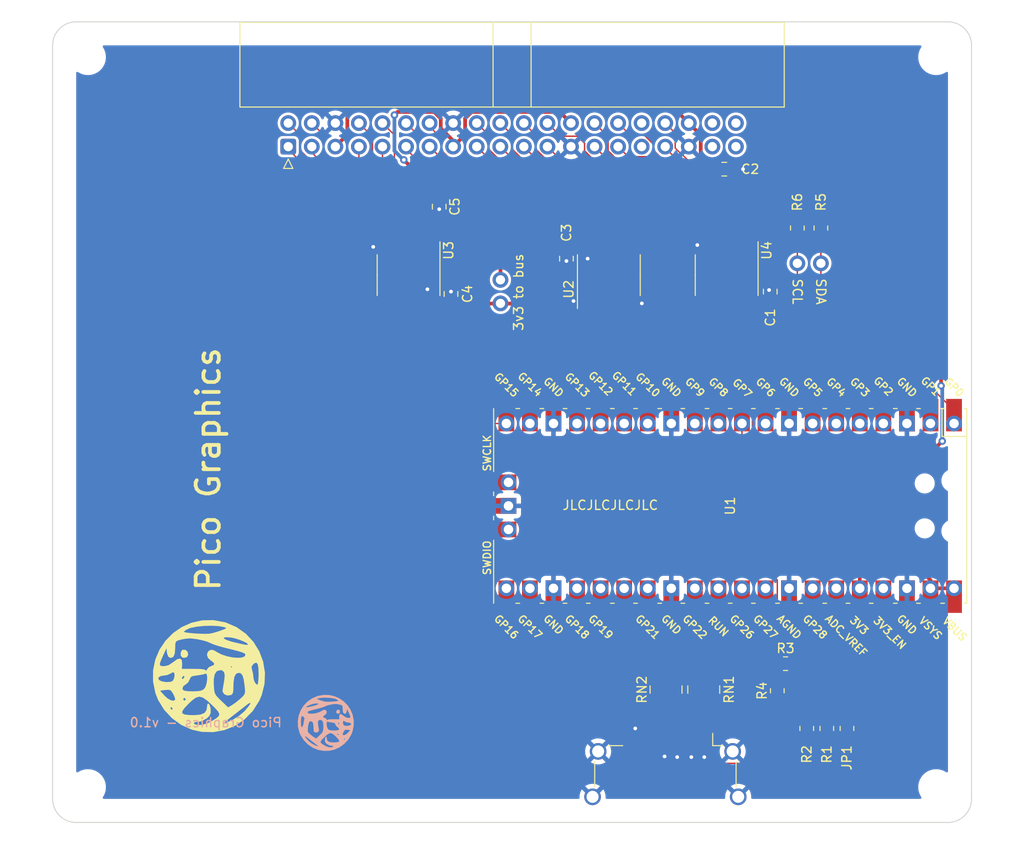
<source format=kicad_pcb>
(kicad_pcb (version 20221018) (generator pcbnew)
  (layers (0 "F.Cu" signal) (31 "B.Cu" signal) (34 "B.Paste" user) (35 "F.Paste" user) (36 "B.SilkS" user "B.Silkscreen") (37 "F.SilkS" user "F.Silkscreen") (38 "B.Mask" user) (39 "F.Mask" user) (44 "Edge.Cuts" user))
  (net 0 "")
  (net 1 "+5V")
  (net 2 "GND")
  (net 3 "+3.3V")
  (net 10 "/D0")
  (net 11 "/D1")
  (net 12 "/D2")
  (net 13 "/D3")
  (net 14 "/D4")
  (net 15 "/D5")
  (net 16 "/D6")
  (net 17 "/D7")
  (net 18 "/A0")
  (net 19 "/A1")
  (net 20 "/A2")
  (net 21 "/A3")
  (net 22 "/A4")
  (net 23 "/A5")
  (net 24 "/A6")
  (net 25 "/A7")
  (net 26 "/A8")
  (net 27 "/A9")
  (net 28 "/A10")
  (net 29 "/A11")
  (net 30 "/A12")
  (net 31 "/A13")
  (net 32 "/A14")
  (net 33 "/A15")
  (net 34 "Net-(J2-CEC)")
  (net 35 "/CLK")
  (net 36 "/R{slash}~{W}")
  (net 38 "Net-(J2-SCL)")
  (net 39 "Net-(J2-SDA)")
  (net 41 "Net-(J3-Pin_1)")
  (net 42 "Net-(J3-Pin_2)")
  (net 43 "/P_DVI_CEC")
  (net 44 "/P_DVI_D2+")
  (net 45 "/P_DVI_D2-")
  (net 46 "/P_DVI_D1+")
  (net 47 "/P_DVI_D1-")
  (net 48 "/P_DVI_D0+")
  (net 49 "/P_DVI_D0-")
  (net 50 "/P_DVI_CK+")
  (net 51 "/P_DVI_CK-")
  (net 52 "/P_A_0")
  (net 53 "/P_A_1")
  (net 54 "/P_A_2")
  (net 55 "/P_A_3")
  (net 56 "/P_A_4")
  (net 57 "/P_A_5")
  (net 58 "/~{P_CS}")
  (net 60 "/~{CS}")
  (net 61 "/P_D0")
  (net 63 "/P_D1")
  (net 64 "/P_D2")
  (net 65 "/P_D3")
  (net 66 "/P_D4")
  (net 67 "/P_D5")
  (net 68 "/P_D6")
  (net 69 "/P_D7")
  (net 78 "/D2+")
  (net 79 "/D2-")
  (net 80 "/D1+")
  (net 81 "/D1-")
  (net 82 "/D0+")
  (net 83 "/D0-")
  (net 84 "/CK+")
  (net 85 "/CK-")
  (net 86 "Net-(J2-+5V)")
  (net 87 "Net-(JP2-B)")
  (footprint "imported_footprints:RPi_Pico_SMD_TH" (layer "F.Cu") (at 114.681 88.392 -90)
    (fp_text reference "U1")
    (fp_text value "Pico")
  )
  (footprint "Package_SO:TSSOP-20_4.4x6.5mm_P0.65mm" (layer "F.Cu") (at 114.3 63.5 -90)
    (fp_text reference "U4")
    (fp_text value "SLG46826G")
  )
  (footprint "Capacitor_SMD:C_0805_2012Metric_Pad1.18x1.45mm_HandSolder" (layer "F.Cu") (at 118.999 65.278 90)
    (fp_text reference "C1")
    (fp_text value "0.1uF")
  )
  (footprint "Resistor_SMD:R_0805_2012Metric_Pad1.20x1.40mm_HandSolder" (layer "F.Cu") (at 122.936 112.395 -90)
    (fp_text reference "R2")
    (fp_text value "3.3k")
  )
  (footprint "Resistor_SMD:R_0805_2012Metric_Pad1.20x1.40mm_HandSolder" (layer "F.Cu") (at 127.27 112.395 -90)
    (fp_text reference "JP1")
    (fp_text value "Jumper_2_Bridged")
  )
  (footprint "own_footprints:smyrill_logo" (layer "F.Cu") (at 58.42 106.68)
    (fp_text reference "G***" hide)
    (fp_text value "LOGO" hide)
  )
  (footprint "Capacitor_SMD:C_0805_2012Metric_Pad1.18x1.45mm_HandSolder" (layer "F.Cu") (at 83.312 56.1125 -90)
    (fp_text reference "C5")
    (fp_text value "4.7uF")
  )
  (footprint "Resistor_SMD:R_Array_Concave_4x0603" (layer "F.Cu") (at 107.766 108.204 90)
    (fp_text reference "RN2")
    (fp_text value "270")
  )
  (footprint "Resistor_SMD:R_0805_2012Metric_Pad1.20x1.40mm_HandSolder" (layer "F.Cu") (at 125.095 112.395 -90)
    (fp_text reference "R1")
    (fp_text value "3.3k")
  )
  (footprint "MountingHole:MountingHole_3.2mm_M3" (layer "F.Cu") (at 136.887949 118.72695)
    (fp_text reference "REF**" hide)
    (fp_text value "MountingHole_3.2mm_M3")
  )
  (footprint "Resistor_SMD:R_0805_2012Metric_Pad1.20x1.40mm_HandSolder" (layer "F.Cu") (at 119.761 108.331 90)
    (fp_text reference "R4")
    (fp_text value "270")
  )
  (footprint "MountingHole:MountingHole_3.2mm_M3" (layer "F.Cu") (at 45.447949 118.72695)
    (fp_text reference "REF**" hide)
    (fp_text value "MountingHole_3.2mm_M3")
  )
  (footprint "own_footprints:PinHeader_1x02_P2.54mm_Vertical_minimal" (layer "F.Cu") (at 121.92 62.225 90)
    (fp_text reference "J3" hide)
    (fp_text value "greenpak_i2c")
  )
  (footprint "Resistor_SMD:R_0805_2012Metric_Pad1.20x1.40mm_HandSolder" (layer "F.Cu") (at 124.46 58.42 90)
    (fp_text reference "R5")
    (fp_text value "10k")
  )
  (footprint "Capacitor_SMD:C_0805_2012Metric_Pad1.18x1.45mm_HandSolder" (layer "F.Cu") (at 114.046 52.07)
    (fp_text reference "C2")
    (fp_text value "4.7uF")
  )
  (footprint "Package_SO:TSSOP-20_4.4x6.5mm_P0.65mm" (layer "F.Cu") (at 101.6 63.5 90)
    (fp_text reference "U2")
    (fp_text value "74LVC245")
  )
  (footprint "Resistor_SMD:R_0805_2012Metric_Pad1.20x1.40mm_HandSolder" (layer "F.Cu") (at 120.65 105.41)
    (fp_text reference "R3")
    (fp_text value "3.3k")
  )
  (footprint "Connector_HDMI:HDMI_A_Amphenol_10029449-x01xLF_Horizontal" (layer "F.Cu") (at 107.696 118.872)
    (fp_text reference "J2" hide)
    (fp_text value "HDMI_A")
  )
  (footprint "MountingHole:MountingHole_3.2mm_M3" (layer "F.Cu") (at 45.447949 39.986949)
    (fp_text reference "REF**" hide)
    (fp_text value "MountingHole_3.2mm_M3")
  )
  (footprint "Capacitor_SMD:C_0805_2012Metric_Pad1.18x1.45mm_HandSolder" (layer "F.Cu") (at 84.582 65.532 90)
    (fp_text reference "C4")
    (fp_text value "0.1uF")
  )
  (footprint "Resistor_SMD:R_0805_2012Metric_Pad1.20x1.40mm_HandSolder" (layer "F.Cu") (at 121.92 58.42 90)
    (fp_text reference "R6")
    (fp_text value "10k")
  )
  (footprint "own_footprints:PinHeader_1x02_P2.54mm_Vertical_minimal" (layer "F.Cu") (at 89.916 66.548 180)
    (fp_text reference "JP2" hide)
    (fp_text value "3v3_bus_jumper")
  )
  (footprint "MountingHole:MountingHole_3.2mm_M3" (layer "F.Cu") (at 136.887949 39.986949)
    (fp_text reference "REF**" hide)
    (fp_text value "MountingHole_3.2mm_M3")
  )
  (footprint "Package_SO:TSSOP-20_4.4x6.5mm_P0.65mm" (layer "F.Cu") (at 80.01 63.5 -90)
    (fp_text reference "U3")
    (fp_text value "74LVC245")
  )
  (footprint "Connector_IDC:IDC-Header_2x20_P2.54mm_Horizontal" (layer "F.Cu") (at 67.037949 49.638949 90)
    (fp_text reference "J1" hide)
    (fp_text value "8bit_thing_bus_connector")
  )
  (footprint "Resistor_SMD:R_Array_Concave_4x0603" (layer "F.Cu") (at 111.83 108.204 90)
    (fp_text reference "RN1")
    (fp_text value "270")
  )
  (footprint "Capacitor_SMD:C_0805_2012Metric_Pad1.18x1.45mm_HandSolder" (layer "F.Cu") (at 97.028 61.722 -90)
    (fp_text reference "C3")
    (fp_text value "0.1uF")
  )
  (footprint "own_footprints:smyrill_logo_small" (layer "B.Cu") (at 71.12 111.76 180)
    (fp_text reference "G***" hide)
    (fp_text value "LOGO" hide)
  )
  (gr_arc (start 41.637949 38.716949) (mid 42.381898 36.920898) (end 44.177949 36.176949) (stroke (width 0.1)) (layer "Edge.Cuts"))
  (gr_line (start 41.637949 119.996949) (end 41.637949 38.716949) (stroke (width 0.1)) (layer "Edge.Cuts"))
  (gr_line (start 140.697949 119.996949) (end 140.697949 38.716949) (stroke (width 0.1)) (layer "Edge.Cuts"))
  (gr_arc (start 140.697949 119.996949) (mid 139.954 121.793) (end 138.157949 122.536949) (stroke (width 0.1)) (layer "Edge.Cuts"))
  (gr_line (start 44.177949 122.536949) (end 138.157949 122.536949) (stroke (width 0.1)) (layer "Edge.Cuts"))
  (gr_line (start 44.177949 36.176949) (end 138.157949 36.176949) (stroke (width 0.1)) (layer "Edge.Cuts"))
  (gr_arc (start 138.157949 36.176949) (mid 139.954 36.920898) (end 140.697949 38.716949) (stroke (width 0.1)) (layer "Edge.Cuts"))
  (gr_arc (start 44.177949 122.536949) (mid 42.381898 121.793) (end 41.637949 119.996949) (stroke (width 0.1)) (layer "Edge.Cuts"))
  (gr_text "Pico Graphics - v1.0" (at 58.147949 111.76) (layer "B.SilkS") (effects (font (size 1 1)) (justify mirror)))
  (gr_text "3v3 to bus" (at 92.456 69.596 90) (layer "F.SilkS") (effects (font (size 1 1)) (justify left bottom)))
  (gr_text "JLCJLCJLCJLC" (at 96.52 88.9) (layer "F.SilkS") (effects (font (size 1 1)) (justify left bottom)))
  (gr_text "SDA" (at 124.46 65.278 -90) (layer "F.SilkS") (effects (font (size 1 1))))
  (gr_text "Pico Graphics" (at 58.42 97.79 90) (layer "F.SilkS") (effects (font (size 2.5 2.5) (thickness 0.4)) (justify left)))
  (gr_text "SCL" (at 121.92 65.278 -90) (layer "F.SilkS") (effects (font (size 1 1))))
  (segment (start 111.506 51.054) (end 111.506 48.387) (width 0.4) (layer "F.Cu") (net 1))
  (segment (start 73.406 48.350898) (end 72.117949 49.638949) (width 0.4) (layer "F.Cu") (net 1))
  (segment (start 117.874 65.240371) (end 117.874 57.422) (width 0.4) (layer "F.Cu") (net 1))
  (segment (start 125.095 111.395) (end 127.27 111.395) (width 0.4) (layer "F.Cu") (net 1))
  (segment (start 121.92 57.42) (end 117.872 57.42) (width 0.4) (layer "F.Cu") (net 1))
  (segment (start 136.271 97.282) (end 136.271 96.393) (width 0.4) (layer "F.Cu") (net 1))
  (segment (start 110.217949 47.098949) (end 108.331 45.212) (width 0.4) (layer "F.Cu") (net 1))
  (segment (start 133.858 85.09) (end 137.541 81.407) (width 0.4) (layer "F.Cu") (net 1))
  (segment (start 137.414 70.374) (end 137.414 75.438) (width 0.4) (layer "F.Cu") (net 1))
  (segment (start 124.46 57.42) (end 137.414 70.374) (width 0.4) (layer "F.Cu") (net 1))
  (segment (start 136.271 102.394) (end 136.271 97.282) (width 0.4) (layer "F.Cu") (net 1))
  (segment (start 127.27 111.395) (end 136.271 102.394) (width 0.4) (layer "F.Cu") (net 1))
  (segment (start 117.225 65.190685) (end 117.225 66.3625) (width 0.2) (layer "F.Cu") (net 1))
  (segment (start 73.406 46.4185) (end 73.406 48.350898) (width 0.4) (layer "F.Cu") (net 1))
  (segment (start 118.999 66.3155) (end 118.949129 66.3155) (width 0.4) (layer "F.Cu") (net 1))
  (segment (start 136.271 96.393) (end 133.858 93.98) (width 0.4) (layer "F.Cu") (net 1))
  (segment (start 122.936 111.395) (end 125.095 111.395) (width 0.4) (layer "F.Cu") (net 1))
  (segment (start 74.6125 45.212) (end 73.406 46.4185) (width 0.4) (layer "F.Cu") (net 1))
  (segment (start 111.506 48.387) (end 110.217949 47.098949) (width 0.4) (layer "F.Cu") (net 1))
  (segment (start 108.331 45.212) (end 74.6125 45.212) (width 0.4) (layer "F.Cu") (net 1))
  (segment (start 121.92 57.42) (end 124.46 57.42) (width 0.4) (layer "F.Cu") (net 1))
  (segment (start 133.858 93.98) (end 133.858 85.09) (width 0.4) (layer "F.Cu") (net 1))
  (segment (start 136.271 97.282) (end 138.811 97.282) (width 0.4) (layer "F.Cu") (net 1))
  (segment (start 118.999 66.3155) (end 117.272 66.3155) (width 0.4) (layer "F.Cu") (net 1))
  (segment (start 113.325 61.290685) (end 117.225 65.190685) (width 0.2) (layer "F.Cu") (net 1))
  (segment (start 118.949129 66.3155) (end 117.874 65.240371) (width 0.4) (layer "F.Cu") (net 1))
  (segment (start 117.874 57.422) (end 111.506 51.054) (width 0.4) (layer "F.Cu") (net 1))
  (segment (start 113.325 60.6375) (end 113.325 61.290685) (width 0.2) (layer "F.Cu") (net 1))
  (via (at 137.414 75.438) (size 0.8) (drill 0.4) (layers "F.Cu" "B.Cu") (net 1))
  (via (at 137.541 81.407) (size 0.8) (drill 0.4) (layers "F.Cu" "B.Cu") (net 1))
  (segment (start 137.414 75.438) (end 137.541 75.565) (width 0.4) (layer "B.Cu") (net 1))
  (segment (start 137.541 75.565) (end 137.541 81.407) (width 0.4) (layer "B.Cu") (net 1))
  (segment (start 107.446 113.872) (end 107.446 115.255819) (width 0.2) (layer "F.Cu") (net 2))
  (segment (start 104.9705 66.3625) (end 105.156 66.548) (width 0.2) (layer "F.Cu") (net 2))
  (segment (start 82.285 66.3625) (end 82.285 65.267) (width 0.2) (layer "F.Cu") (net 2))
  (segment (start 97.8585 66.3625) (end 97.79 66.294) (width 0.2) (layer "F.Cu") (net 2))
  (segment (start 110.446 115.441498) (end 110.49 115.485498) (width 0.2) (layer "F.Cu") (net 2))
  (segment (start 82.285 65.267) (end 82.042 65.024) (width 0.2) (layer "F.Cu") (net 2))
  (segment (start 77.085 60.6375) (end 76.3855 60.6375) (width 0.2) (layer "F.Cu") (net 2))
  (segment (start 99.325 60.6375) (end 99.325 61.711) (width 0.2) (layer "F.Cu") (net 2))
  (segment (start 84.582 64.4945) (end 84.582 65.278) (width 0.2) (layer "F.Cu") (net 2))
  (segment (start 104.525 66.3625) (end 104.9705 66.3625) (width 0.2) (layer "F.Cu") (net 2))
  (segment (start 104.446 113.872) (end 104.446 112.395) (width 0.2) (layer "F.Cu") (net 2))
  (segment (start 83.312 57.15) (end 83.312 56.388) (width 0.2) (layer "F.Cu") (net 2))
  (segment (start 111.946 113.872) (end 111.946 115.426498) (width 0.2) (layer "F.Cu") (net 2))
  (segment (start 107.446 115.255819) (end 107.60504 115.414859) (width 0.2) (layer "F.Cu") (net 2))
  (segment (start 97.028 62.7595) (end 97.028 61.976) (width 0.2) (layer "F.Cu") (net 2))
  (segment (start 110.446 113.872) (end 110.446 115.441498) (width 0.2) (layer "F.Cu") (net 2))
  (segment (start 108.946 115.465498) (end 108.966 115.485498) (width 0.2) (layer "F.Cu") (net 2))
  (segment (start 108.946 113.872) (end 108.946 115.465498) (width 0.2) (layer "F.Cu") (net 2))
  (segment (start 115.07275 52.07) (end 116.06725 52.07) (width 0.2) (layer "F.Cu") (net 2))
  (segment (start 99.325 61.711) (end 99.314 61.722) (width 0.2) (layer "F.Cu") (net 2))
  (segment (start 76.3855 60.6375) (end 76.2 60.452) (width 0.2) (layer "F.Cu") (net 2))
  (segment (start 98.675 66.3625) (end 97.8585 66.3625) (width 0.2) (layer "F.Cu") (net 2))
  (segment (start 118.872 64.219) (end 118.872 65.107) (width 0.2) (layer "F.Cu") (net 2))
  (segment (start 111.946 115.426498) (end 111.887 115.485498) (width 0.2) (layer "F.Cu") (net 2))
  (via (at 118.872 65.107) (size 0.8) (drill 0.4) (layers "F.Cu" "B.Cu") (net 2))
  (via (at 116.06725 52.07) (size 0.8) (drill 0.4) (layers "F.Cu" "B.Cu") (net 2))
  (via (at 110.49 115.485498) (size 0.8) (drill 0.4) (layers "F.Cu" "B.Cu") (net 2))
  (via (at 82.042 65.024) (size 0.8) (drill 0.4) (layers "F.Cu" "B.Cu") (net 2))
  (via (at 97.028 61.976) (size 0.8) (drill 0.4) (layers "F.Cu" "B.Cu") (net 2))
  (via (at 83.312 56.388) (size 0.8) (drill 0.4) (layers "F.Cu" "B.Cu") (net 2))
  (via (at 111.887 115.485498) (size 0.8) (drill 0.4) (layers "F.Cu" "B.Cu") (net 2))
  (via (at 107.60504 115.414859) (size 0.8) (drill 0.4) (layers "F.Cu" "B.Cu") (net 2))
  (via (at 97.79 66.294) (size 0.8) (drill 0.4) (layers "F.Cu" "B.Cu") (net 2))
  (via (at 99.314 61.722) (size 0.8) (drill 0.4) (layers "F.Cu" "B.Cu") (net 2))
  (via (at 104.446 112.395) (size 0.8) (drill 0.4) (layers "F.Cu" "B.Cu") (net 2))
  (via (at 76.2 60.452) (size 0.8) (drill 0.4) (layers "F.Cu" "B.Cu") (net 2))
  (via (at 105.156 66.548) (size 0.8) (drill 0.4) (layers "F.Cu" "B.Cu") (net 2))
  (via (at 111.134786 60.254004) (size 0.8) (drill 0.4) (layers "F.Cu" "B.Cu") (net 2))
  (via (at 108.966 115.485498) (size 0.8) (drill 0.4) (layers "F.Cu" "B.Cu") (net 2))
  (via (at 84.582 65.278) (size 0.8) (drill 0.4) (layers "F.Cu" "B.Cu") (net 2))
  (segment (start 117.201 84.181) (end 117.201 76.652) (width 0.4) (layer "F.Cu") (net 3))
  (segment (start 128.651 97.282) (end 128.651 95.631) (width 0.4) (layer "F.Cu") (net 3))
  (segment (start 122.083 105.41) (end 128.651 98.842) (width 0.2) (layer "F.Cu") (net 3))
  (segment (start 97.028 60.6845) (end 98.628 60.6845) (width 0.3) (layer "F.Cu") (net 3))
  (segment (start 94.5095 63.203) (end 97.028 60.6845) (width 0.4) (layer "F.Cu") (net 3))
  (segment (start 112.558 72.009) (end 99.949 72.009) (width 0.4) (layer "F.Cu") (net 3))
  (segment (start 82.935 66.3625) (end 84.375 66.3625) (width 0.2) (layer "F.Cu") (net 3))
  (segment (start 99.949 72.009) (end 94.5095 66.5695) (width 0.4) (layer "F.Cu") (net 3))
  (segment (start 94.5095 66.5695) (end 84.582 66.5695) (width 0.4) (layer "F.Cu") (net 3))
  (segment (start 94.5095 66.5695) (end 94.5095 63.203) (width 0.4) (layer "F.Cu") (net 3))
  (segment (start 117.201 76.652) (end 112.558 72.009) (width 0.4) (layer "F.Cu") (net 3))
  (segment (start 82.935 60.6375) (end 82.935 66.3625) (width 0.2) (layer "F.Cu") (net 3))
  (segment (start 128.651 95.631) (end 117.201 84.181) (width 0.4) (layer "F.Cu") (net 3))
  (segment (start 76.737665 59.625) (end 77.34033 59.625) (width 0.15) (layer "F.Cu") (net 10))
  (segment (start 67.037949 49.925284) (end 76.737665 59.625) (width 0.15) (layer "F.Cu") (net 10))
  (segment (start 77.34033 59.625) (end 77.735 60.01967) (width 0.15) (layer "F.Cu") (net 10))
  (segment (start 67.037949 47.098949) (end 68.326 48.387) (width 0.15) (layer "F.Cu") (net 11))
  (segment (start 68.326 50.031381) (end 78.385 60.090381) (width 0.15) (layer "F.Cu") (net 11))
  (segment (start 68.326 48.387) (end 68.326 50.031381) (width 0.15) (layer "F.Cu") (net 11))
  (segment (start 69.577949 50.273949) (end 79.035 59.731) (width 0.15) (layer "F.Cu") (net 12))
  (segment (start 79.035 59.731) (end 79.035 60.6375) (width 0.15) (layer "F.Cu") (net 12))
  (segment (start 70.866 48.387) (end 70.866 50.270368) (width 0.15) (layer "F.Cu") (net 13))
  (segment (start 69.577949 47.098949) (end 70.866 48.387) (width 0.15) (layer "F.Cu") (net 13))
  (segment (start 79.685 59.089368) (end 79.685 60.6375) (width 0.15) (layer "F.Cu") (net 13))
  (segment (start 70.866 50.270368) (end 79.685 59.089368) (width 0.15) (layer "F.Cu") (net 13))
  (segment (start 74.657949 49.638949) (end 74.657949 52.686949) (width 0.15) (layer "F.Cu") (net 14))
  (segment (start 74.657949 52.686949) (end 80.335 58.364) (width 0.15) (layer "F.Cu") (net 14))
  (segment (start 80.335 58.364) (end 80.335 60.6375) (width 0.15) (layer "F.Cu") (net 14))
  (segment (start 76.122949 48.563949) (end 76.122949 52.754949) (width 0.15) (layer "F.Cu") (net 15))
  (segment (start 76.122949 52.754949) (end 80.985 57.617) (width 0.15) (layer "F.Cu") (net 15))
  (segment (start 80.985 57.617) (end 80.985 60.6375) (width 0.15) (layer "F.Cu") (net 15))
  (segment (start 74.657949 47.098949) (end 76.122949 48.563949) (width 0.15) (layer "F.Cu") (net 15))
  (segment (start 81.635 56.489) (end 81.635 60.6375) (width 0.15) (layer "F.Cu") (net 16))
  (segment (start 77.197949 49.638949) (end 77.197949 52.051949) (width 0.15) (layer "F.Cu") (net 16))
  (segment (start 77.197949 52.051949) (end 81.635 56.489) (width 0.15) (layer "F.Cu") (net 16))
  (segment (start 82.285 55.107) (end 82.285 60.6375) (width 0.15) (layer "F.Cu") (net 17))
  (segment (start 78.486 51.308) (end 82.285 55.107) (width 0.15) (layer "F.Cu") (net 17))
  (segment (start 78.486 48.387) (end 78.486 51.308) (width 0.15) (layer "F.Cu") (net 17))
  (segment (start 77.197949 47.098949) (end 78.486 48.387) (width 0.15) (layer "F.Cu") (net 17))
  (segment (start 99.58033 59.625) (end 100.076 60.12067) (width 0.15) (layer "F.Cu") (net 18))
  (segment (start 79.737949 49.892949) (end 89.47 59.625) (width 0.15) (layer "F.Cu") (net 18))
  (segment (start 89.47 59.625) (end 99.58033 59.625) (width 0.15) (layer "F.Cu") (net 18))
  (segment (start 79.737949 47.098949) (end 81.026 48.387) (width 0.15) (layer "F.Cu") (net 19))
  (segment (start 89.98136 59.055) (end 99.695 59.055) (width 0.15) (layer "F.Cu") (net 19))
  (segment (start 81.026 50.09964) (end 89.98136 59.055) (width 0.15) (layer "F.Cu") (net 19))
  (segment (start 99.695 59.055) (end 100.625 59.985) (width 0.15) (layer "F.Cu") (net 19))
  (segment (start 81.026 48.387) (end 81.026 50.09964) (width 0.15) (layer "F.Cu") (net 19))
  (segment (start 82.277949 49.638949) (end 91.059 58.42) (width 0.15) (layer "F.Cu") (net 20))
  (segment (start 101.275 59.962016) (end 101.275 60.6375) (width 0.15) (layer "F.Cu") (net 20))
  (segment (start 91.059 58.42) (end 99.732984 58.42) (width 0.15) (layer "F.Cu") (net 20))
  (segment (start 99.732984 58.42) (end 101.275 59.962016) (width 0.15) (layer "F.Cu") (net 20))
  (segment (start 83.566 48.768) (end 83.566 50.038) (width 0.15) (layer "F.Cu") (net 21))
  (segment (start 99.949 57.785) (end 101.925 59.761) (width 0.15) (layer "F.Cu") (net 21))
  (segment (start 91.313 57.785) (end 99.949 57.785) (width 0.15) (layer "F.Cu") (net 21))
  (segment (start 101.925 59.761) (end 101.925 60.090381) (width 0.15) (layer "F.Cu") (net 21))
  (segment (start 82.277949 47.479949) (end 83.566 48.768) (width 0.15) (layer "F.Cu") (net 21))
  (segment (start 82.277949 47.098949) (end 82.277949 47.479949) (width 0.15) (layer "F.Cu") (net 21))
  (segment (start 83.566 50.038) (end 91.313 57.785) (width 0.15) (layer "F.Cu") (net 21))
  (segment (start 87.357949 49.638949) (end 94.742 57.023) (width 0.15) (layer "F.Cu") (net 22))
  (segment (start 100.203 57.023) (end 102.575 59.395) (width 0.15) (layer "F.Cu") (net 22))
  (segment (start 94.742 57.023) (end 100.203 57.023) (width 0.15) (layer "F.Cu") (net 22))
  (segment (start 102.575 59.395) (end 102.575 60.6375) (width 0.15) (layer "F.Cu") (net 22))
  (segment (start 94.87272 56.134) (end 100.203 56.134) (width 0.15) (layer "F.Cu") (net 23))
  (segment (start 87.357949 47.098949) (end 88.646 48.387) (width 0.15) (layer "F.Cu") (net 23))
  (segment (start 103.225 59.156) (end 103.225 60.6375) (width 0.15) (layer "F.Cu") (net 23))
  (segment (start 88.646 48.387) (end 88.646 49.90728) (width 0.15) (layer "F.Cu") (net 23))
  (segment (start 100.203 56.134) (end 103.225 59.156) (width 0.15) (layer "F.Cu") (net 23))
  (segment (start 88.646 49.90728) (end 94.87272 56.134) (width 0.15) (layer "F.Cu") (net 23))
  (segment (start 95.377 55.118) (end 100.457 55.118) (width 0.15) (layer "F.Cu") (net 24))
  (segment (start 112.533619 65.024) (end 113.325 65.815381) (width 0.15) (layer "F.Cu") (net 24))
  (segment (start 89.897949 49.638949) (end 95.377 55.118) (width 0.15) (layer "F.Cu") (net 24))
  (segment (start 100.457 55.118) (end 110.363 65.024) (width 0.15) (layer "F.Cu") (net 24))
  (segment (start 110.363 65.024) (end 112.533619 65.024) (width 0.15) (layer "F.Cu") (net 24))
  (segment (start 91.186 49.90728) (end 95.63472 54.356) (width 0.15) (layer "F.Cu") (net 25))
  (segment (start 91.186 48.387) (end 91.186 49.90728) (width 0.15) (layer "F.Cu") (net 25))
  (segment (start 110.785884 64.389) (end 112.5855 64.389) (width 0.15) (layer "F.Cu") (net 25))
  (segment (start 89.897949 47.098949) (end 91.186 48.387) (width 0.15) (layer "F.Cu") (net 25))
  (segment (start 112.5855 64.389) (end 113.975 65.7785) (width 0.15) (layer "F.Cu") (net 25))
  (segment (start 95.63472 54.356) (end 100.752884 54.356) (width 0.15) (layer "F.Cu") (net 25))
  (segment (start 100.752884 54.356) (end 110.785884 64.389) (width 0.15) (layer "F.Cu") (net 25))
  (segment (start 112.776 63.627) (end 111.252 63.627) (width 0.15) (layer "F.Cu") (net 26))
  (segment (start 101.264501 53.639501) (end 96.438501 53.639501) (width 0.15) (layer "F.Cu") (net 26))
  (segment (start 96.438501 53.639501) (end 92.437949 49.638949) (width 0.15) (layer "F.Cu") (net 26))
  (segment (start 111.252 63.627) (end 101.264501 53.639501) (width 0.15) (layer "F.Cu") (net 26))
  (segment (start 114.625 65.815381) (end 114.625 65.476) (width 0.15) (layer "F.Cu") (net 26))
  (segment (start 114.625 65.476) (end 112.776 63.627) (width 0.15) (layer "F.Cu") (net 26))
  (segment (start 93.726 49.90728) (end 93.726 48.387) (width 0.15) (layer "F.Cu") (net 27))
  (segment (start 96.950221 53.131501) (end 93.726 49.90728) (width 0.15) (layer "F.Cu") (net 27))
  (segment (start 113.001691 62.836691) (end 111.350691 62.836691) (width 0.15) (layer "F.Cu") (net 27))
  (segment (start 115.275 65.11) (end 113.001691 62.836691) (width 0.15) (layer "F.Cu") (net 27))
  (segment (start 93.726 48.387) (end 92.437949 47.098949) (width 0.15) (layer "F.Cu") (net 27))
  (segment (start 101.645501 53.131501) (end 96.950221 53.131501) (width 0.15) (layer "F.Cu") (net 27))
  (segment (start 115.275 65.815381) (end 115.275 65.11) (width 0.15) (layer "F.Cu") (net 27))
  (segment (start 111.350691 62.836691) (end 101.645501 53.131501) (width 0.15) (layer "F.Cu") (net 27))
  (segment (start 115.925 64.871) (end 115.925 66.3625) (width 0.15) (layer "F.Cu") (net 28))
  (segment (start 111.379 61.976) (end 113.03 61.976) (width 0.15) (layer "F.Cu") (net 28))
  (segment (start 102.108 52.705) (end 111.379 61.976) (width 0.15) (layer "F.Cu") (net 28))
  (segment (start 113.03 61.976) (end 115.925 64.871) (width 0.15) (layer "F.Cu") (net 28))
  (segment (start 94.977949 49.638949) (end 98.044 52.705) (width 0.15) (layer "F.Cu") (net 28))
  (segment (start 98.044 52.705) (end 102.108 52.705) (width 0.15) (layer "F.Cu") (net 28))
  (segment (start 94.977949 47.098949) (end 96.392949 48.513949) (width 0.15) (layer "F.Cu") (net 29))
  (segment (start 103.124 52.324) (end 110.379004 59.579004) (width 0.15) (layer "F.Cu") (net 29))
  (segment (start 98.982949 50.084229) (end 101.22272 52.324) (width 0.15) (layer "F.Cu") (net 29))
  (segment (start 101.22272 52.324) (end 103.124 52.324) (width 0.15) (layer "F.Cu") (net 29))
  (segment (start 110.379004 59.579004) (end 112.163623 59.579004) (width 0.15) (layer "F.Cu") (net 29))
  (segment (start 112.163623 59.579004) (end 112.675 60.090381) (width 0.15) (layer "F.Cu") (net 29))
  (segment (start 98.982949 49.276) (end 98.982949 50.084229) (width 0.15) (layer "F.Cu") (net 29))
  (segment (start 96.392949 48.513949) (end 98.220898 48.513949) (width 0.15) (layer "F.Cu") (net 29))
  (segment (start 98.220898 48.513949) (end 98.982949 49.276) (width 0.15) (layer "F.Cu") (net 29))
  (segment (start 102.280501 51.861501) (end 103.931501 51.861501) (width 0.15) (layer "F.Cu") (net 30))
  (segment (start 112.50233 58.547) (end 113.975 60.01967) (width 0.15) (layer "F.Cu") (net 30))
  (segment (start 103.931501 51.861501) (end 110.617 58.547) (width 0.15) (layer "F.Cu") (net 30))
  (segment (start 110.617 58.547) (end 112.50233 58.547) (width 0.15) (layer "F.Cu") (net 30))
  (segment (start 100.057949 49.638949) (end 102.280501 51.861501) (width 0.15) (layer "F.Cu") (net 30))
  (segment (start 101.522949 48.563949) (end 100.057949 47.098949) (width 0.15) (layer "F.Cu") (net 31))
  (segment (start 114.625 59.803558) (end 112.352442 57.531) (width 0.15) (layer "F.Cu") (net 31))
  (segment (start 104.902 51.435) (end 102.87372 51.435) (width 0.15) (layer "F.Cu") (net 31))
  (segment (start 102.87372 51.435) (end 101.522949 50.084229) (width 0.15) (layer "F.Cu") (net 31))
  (segment (start 101.522949 50.084229) (end 101.522949 48.563949) (width 0.15) (layer "F.Cu") (net 31))
  (segment (start 110.998 57.531) (end 104.902 51.435) (width 0.15) (layer "F.Cu") (net 31))
  (segment (start 114.625 60.6375) (end 114.625 59.803558) (width 0.15) (layer "F.Cu") (net 31))
  (segment (start 112.352442 57.531) (end 110.998 57.531) (width 0.15) (layer "F.Cu") (net 31))
  (segment (start 102.597949 49.638949) (end 103.677501 50.718501) (width 0.15) (layer "F.Cu") (net 32))
  (segment (start 106.217501 50.718501) (end 115.275 59.776) (width 0.15) (layer "F.Cu") (net 32))
  (segment (start 115.275 59.776) (end 115.275 60.6375) (width 0.15) (layer "F.Cu") (net 32))
  (segment (start 103.677501 50.718501) (end 106.217501 50.718501) (width 0.15) (layer "F.Cu") (net 32))
  (segment (start 115.925 59.537) (end 115.925 60.6375) (width 0.15) (layer "F.Cu") (net 33))
  (segment (start 103.886 48.387) (end 105.40628 48.387) (width 0.15) (layer "F.Cu") (net 33))
  (segment (start 102.597949 47.098949) (end 103.886 48.387) (width 0.15) (layer "F.Cu") (net 33))
  (segment (start 105.40628 48.387) (end 106.426 49.40672) (width 0.15) (layer "F.Cu") (net 33))
  (segment (start 106.426 50.038) (end 115.925 59.537) (width 0.15) (layer "F.Cu") (net 33))
  (segment (start 106.426 49.40672) (end 106.426 50.038) (width 0.15) (layer "F.Cu") (net 33))
  (segment (start 106.446 115.209707) (end 107.396291 116.159998) (width 0.15) (layer "F.Cu") (net 34))
  (segment (start 106.446 113.872) (end 106.446 115.209707) (width 0.15) (layer "F.Cu") (net 34))
  (segment (start 116.250002 116.159998) (end 119.761 112.649) (width 0.15) (layer "F.Cu") (net 34))
  (segment (start 107.396291 116.159998) (end 116.250002 116.159998) (width 0.15) (layer "F.Cu") (net 34))
  (segment (start 119.761 112.649) (end 119.761 109.331) (width 0.15) (layer "F.Cu") (net 34))
  (segment (start 116.575 58.663) (end 116.575 60.6375) (width 0.15) (layer "F.Cu") (net 35))
  (segment (start 108.175027 49.638949) (end 108.175027 50.263027) (width 0.15) (layer "F.Cu") (net 35))
  (segment (start 108.175027 50.263027) (end 116.575 58.663) (width 0.15) (layer "F.Cu") (net 35))
  (segment (start 117.225 58.21121) (end 117.225 60.6375) (width 0.15) (layer "F.Cu") (net 36))
  (segment (start 108.752949 48.173949) (end 108.752949 49.793313) (width 0.15) (layer "F.Cu") (net 36))
  (segment (start 109.577632 50.617996) (end 109.631786 50.617996) (width 0.15) (layer "F.Cu") (net 36))
  (segment (start 107.677949 47.098949) (end 108.752949 48.173949) (width 0.15) (layer "F.Cu") (net 36))
  (segment (start 109.631786 50.617996) (end 117.225 58.21121) (width 0.15) (layer "F.Cu") (net 36))
  (segment (start 108.752949 49.793313) (end 109.577632 50.617996) (width 0.15) (layer "F.Cu") (net 36))
  (segment (start 106.934 116.713) (end 105.446 115.225) (width 0.15) (layer "F.Cu") (net 38))
  (segment (start 119.618 116.713) (end 106.934 116.713) (width 0.15) (layer "F.Cu") (net 38))
  (segment (start 122.936 113.395) (end 119.618 116.713) (width 0.15) (layer "F.Cu") (net 38))
  (segment (start 105.446 115.225) (end 105.446 113.872) (width 0.15) (layer "F.Cu") (net 38))
  (segment (start 106.426 117.221) (end 121.666 117.221) (width 0.15) (layer "F.Cu") (net 39))
  (segment (start 104.946 113.872) (end 104.946 115.741) (width 0.15) (layer "F.Cu") (net 39))
  (segment (start 104.946 115.741) (end 106.426 117.221) (width 0.15) (layer "F.Cu") (net 39))
  (segment (start 121.666 117.221) (end 125.349 113.538) (width 0.15) (layer "F.Cu") (net 39))
  (segment (start 121.92 65.532) (end 121.92 62.225) (width 0.15) (layer "F.Cu") (net 41))
  (segment (start 121.92 59.42) (end 121.92 62.225) (width 0.15) (layer "F.Cu") (net 41))
  (segment (start 120.077 67.375) (end 121.92 65.532) (width 0.15) (layer "F.Cu") (net 41))
  (segment (start 112.675 66.909619) (end 113.140381 67.375) (width 0.15) (layer "F.Cu") (net 41))
  (segment (start 113.140381 67.375) (end 120.077 67.375) (width 0.15) (layer "F.Cu") (net 41))
  (segment (start 124.46 64.262) (end 124.46 62.225) (width 0.15) (layer "F.Cu") (net 42))
  (segment (start 112.025 66.909619) (end 112.933381 67.818) (width 0.15) (layer "F.Cu") (net 42))
  (segment (start 120.904 67.818) (end 124.46 64.262) (width 0.15) (layer "F.Cu") (net 42))
  (segment (start 124.46 59.42) (end 124.46 62.225) (width 0.15) (layer "F.Cu") (net 42))
  (segment (start 112.933381 67.818) (end 120.904 67.818) (width 0.15) (layer "F.Cu") (net 42))
  (segment (start 115.951 92.583) (end 119.761 96.393) (width 0.15) (layer "F.Cu") (net 43))
  (segment (start 119.761 96.393) (end 119.761 107.331) (width 0.15) (layer "F.Cu") (net 43))
  (segment (start 115.951 79.502) (end 115.951 92.583) (width 0.15) (layer "F.Cu") (net 43))
  (segment (start 117.396 98.377) (end 117.396 100.751488) (width 0.15) (layer "F.Cu") (net 44))
  (segment (start 117.396 100.751488) (end 112.805 105.342488) (width 0.15) (layer "F.Cu") (net 44))
  (segment (start 112.805 106.453999) (end 113.03 106.678999) (width 0.15) (layer "F.Cu") (net 44))
  (segment (start 112.805 105.342488) (end 112.805 106.453999) (width 0.15) (layer "F.Cu") (net 44))
  (segment (start 118.491 97.282) (end 117.396 98.377) (width 0.15) (layer "F.Cu") (net 44))
  (segment (start 113.03 106.678999) (end 113.03 107.354) (width 0.15) (layer "F.Cu") (net 44))
  (segment (start 112.455 106.453999) (end 112.23 106.678999) (width 0.15) (layer "F.Cu") (net 45))
  (segment (start 112.23 106.678999) (end 112.23 107.354) (width 0.15) (layer "F.Cu") (net 45))
  (segment (start 112.455 105.197512) (end 112.455 106.453999) (width 0.15) (layer "F.Cu") (net 45))
  (segment (start 115.951 97.282) (end 117.046 98.377) (width 0.15) (layer "F.Cu") (net 45))
  (segment (start 117.046 98.377) (end 117.046 100.606512) (width 0.15) (layer "F.Cu") (net 45))
  (segment (start 117.046 100.606512) (end 112.455 105.197512) (width 0.15) (layer "F.Cu") (net 45))
  (segment (start 109.647488 101.325) (end 106.172488 101.325) (width 0.15) (layer "F.Cu") (net 46))
  (segment (start 104.696 98.377) (end 105.791 97.282) (width 0.15) (layer "F.Cu") (net 46))
  (segment (start 104.696 99.848512) (end 104.696 98.377) (width 0.15) (layer "F.Cu") (net 46))
  (segment (start 106.172488 101.325) (end 104.696 99.848512) (width 0.15) (layer "F.Cu") (net 46))
  (segment (start 111.205 102.882512) (end 109.647488 101.325) (width 0.15) (layer "F.Cu") (net 46))
  (segment (start 111.205 106.453999) (end 111.205 102.882512) (width 0.15) (layer "F.Cu") (net 46))
  (segment (start 111.43 106.678999) (end 111.205 106.453999) (width 0.15) (layer "F.Cu") (net 46))
  (segment (start 111.43 107.354) (end 111.43 106.678999) (width 0.15) (layer "F.Cu") (net 46))
  (segment (start 104.346 99.993488) (end 106.027512 101.675) (width 0.15) (layer "F.Cu") (net 47))
  (segment (start 110.855 103.027488) (end 110.855 106.453999) (width 0.15) (layer "F.Cu") (net 47))
  (segment (start 106.027512 101.675) (end 109.502512 101.675) (width 0.15) (layer "F.Cu") (net 47))
  (segment (start 103.251 97.282) (end 104.346 98.377) (width 0.15) (layer "F.Cu") (net 47))
  (segment (start 110.855 106.453999) (end 110.63 106.678999) (width 0.15) (layer "F.Cu") (net 47))
  (segment (start 104.346 98.377) (end 104.346 99.993488) (width 0.15) (layer "F.Cu") (net 47))
  (segment (start 109.502512 101.675) (end 110.855 103.027488) (width 0.15) (layer "F.Cu") (net 47))
  (segment (start 110.63 106.678999) (end 110.63 107.354) (width 0.15) (layer "F.Cu") (net 47))
  (segment (start 102.272488 102.7) (end 99.616 100.043512) (width 0.15) (layer "F.Cu") (net 48))
  (segment (start 107.197488 102.7) (end 102.272488 102.7) (width 0.15) (layer "F.Cu") (net 48))
  (segment (start 108.741 106.453999) (end 108.741 104.243512) (width 0.15) (layer "F.Cu") (net 48))
  (segment (start 108.966 107.354) (end 108.966 106.678999) (width 0.15) (layer "F.Cu") (net 48))
  (segment (start 99.616 100.043512) (end 99.616 98.377) (width 0.15) (layer "F.Cu") (net 48))
  (segment (start 99.616 98.377) (end 100.711 97.282) (width 0.15) (layer "F.Cu") (net 48))
  (segment (start 108.741 104.243512) (end 107.197488 102.7) (width 0.15) (layer "F.Cu") (net 48))
  (segment (start 108.966 106.678999) (end 108.741 106.453999) (width 0.15) (layer "F.Cu") (net 48))
  (segment (start 108.166 106.678999) (end 108.166 107.354) (width 0.15) (layer "F.Cu") (net 49))
  (segment (start 107.052512 103.05) (end 108.391 104.388488) (width 0.15) (layer "F.Cu") (net 49))
  (segment (start 98.171 97.282) (end 99.266 98.377) (width 0.15) (layer "F.Cu") (net 49))
  (segment (start 108.391 104.388488) (end 108.391 106.453999) (width 0.15) (layer "F.Cu") (net 49))
  (segment (start 99.266 100.188488) (end 102.127512 103.05) (width 0.15) (layer "F.Cu") (net 49))
  (segment (start 108.391 106.453999) (end 108.166 106.678999) (width 0.15) (layer "F.Cu") (net 49))
  (segment (start 99.266 98.377) (end 99.266 100.188488) (width 0.15) (layer "F.Cu") (net 49))
  (segment (start 102.127512 103.05) (end 107.052512 103.05) (width 0.15) (layer "F.Cu") (net 49))
  (segment (start 93.091 98.182) (end 91.996 99.277) (width 0.15) (layer "F.Cu") (net 50))
  (segment (start 107.366 106.678999) (end 107.366 107.354) (width 0.15) (layer "F.Cu") (net 50))
  (segment (start 105.647488 104.45) (end 107.141 105.943512) (width 0.15) (layer "F.Cu") (net 50))
  (segment (start 95.947488 104.45) (end 105.647488 104.45) (width 0.15) (layer "F.Cu") (net 50))
  (segment (start 107.141 105.943512) (end 107.141 106.453999) (width 0.15) (layer "F.Cu") (net 50))
  (segment (start 93.091 97.282) (end 93.091 98.182) (width 0.15) (layer "F.Cu") (net 50))
  (segment (start 91.996 99.277) (end 91.996 100.498512) (width 0.15) (layer "F.Cu") (net 50))
  (segment (start 107.141 106.453999) (end 107.366 106.678999) (width 0.15) (layer "F.Cu") (net 50))
  (segment (start 91.996 100.498512) (end 95.947488 104.45) (width 0.15) (layer "F.Cu") (net 50))
  (segment (start 91.646 99.277) (end 91.646 100.643488) (width 0.15) (layer "F.Cu") (net 51))
  (segment (start 91.646 100.643488) (end 95.802512 104.8) (width 0.15) (layer "F.Cu") (net 51))
  (segment (start 90.551 98.182) (end 91.646 99.277) (width 0.15) (layer "F.Cu") (net 51))
  (segment (start 106.791 106.453999) (end 106.566 106.678999) (width 0.15) (layer "F.Cu") (net 51))
  (segment (start 106.791 106.088488) (end 106.791 106.453999) (width 0.15) (layer "F.Cu") (net 51))
  (segment (start 90.551 97.282) (end 90.551 98.182) (width 0.15) (layer "F.Cu") (net 51))
  (segment (start 105.502512 104.8) (end 106.791 106.088488) (width 0.15) (layer "F.Cu") (net 51))
  (segment (start 106.566 106.678999) (end 106.566 107.354) (width 0.15) (layer "F.Cu") (net 51))
  (segment (start 95.802512 104.8) (end 105.502512 104.8) (width 0.15) (layer "F.Cu") (net 51))
  (segment (start 113.417499 71.253499) (end 118.491 76.327) (width 0.15) (layer "F.Cu") (net 52))
  (segment (start 99.325 67.448) (end 103.130499 71.253499) (width 0.15) (layer "F.Cu") (net 52))
  (segment (start 118.491 76.327) (end 118.491 79.502) (width 0.15) (layer "F.Cu") (net 52))
  (segment (start 103.130499 71.253499) (end 113.417499 71.253499) (width 0.15) (layer "F.Cu") (net 52))
  (segment (start 99.325 66.909619) (end 99.325 67.448) (width 0.15) (layer "F.Cu") (net 52))
  (segment (start 99.975 66.909619) (end 99.975 67.209) (width 0.15) (layer "F.Cu") (net 53))
  (segment (start 99.975 67.209) (end 103.378 70.612) (width 0.15) (layer "F.Cu") (net 53))
  (segment (start 116.191 70.612) (end 123.571 77.992) (width 0.15) (layer "F.Cu") (net 53))
  (segment (start 103.378 70.612) (end 116.191 70.612) (width 0.15) (layer "F.Cu") (net 53))
  (segment (start 103.819381 70.104) (end 119.126 70.104) (width 0.15) (layer "F.Cu") (net 54))
  (segment (start 100.625 66.909619) (end 103.819381 70.104) (width 0.15) (layer "F.Cu") (net 54))
  (segment (start 119.126 70.104) (end 126.111 77.089) (width 0.15) (layer "F.Cu") (net 54))
  (segment (start 120.904 69.596) (end 128.651 77.343) (width 0.15) (layer "F.Cu") (net 55))
  (segment (start 101.275 66.909619) (end 103.961381 69.596) (width 0.15) (layer "F.Cu") (net 55))
  (segment (start 103.961381 69.596) (end 120.904 69.596) (width 0.15) (layer "F.Cu") (net 55))
  (segment (start 101.925 66.909619) (end 104.103381 69.088) (width 0.15) (layer "F.Cu") (net 56))
  (segment (start 104.103381 69.088) (end 122.682 69.088) (width 0.15) (layer "F.Cu") (net 56))
  (segment (start 122.682 69.088) (end 131.191 77.597) (width 0.15) (layer "F.Cu") (net 56))
  (segment (start 136.271 77.992) (end 126.859 68.58) (width 0.15) (layer "F.Cu") (net 57))
  (segment (start 104.245381 68.58) (end 102.575 66.909619) (width 0.15) (layer "F.Cu") (net 57))
  (segment (start 126.859 68.58) (end 104.245381 68.58) (width 0.15) (layer "F.Cu") (net 57))
  (segment (start 104.432882 68.117501) (end 103.225 66.909619) (width 0.15) (layer "F.Cu") (net 58))
  (segment (start 138.811 78.092) (end 128.836501 68.117501) (width 0.15) (layer "F.Cu") (net 58))
  (segment (start 128.836501 68.117501) (end 104.432882 68.117501) (width 0.15) (layer "F.Cu") (net 58))
  (segment (start 110.25 66.3625) (end 104.525 60.6375) (width 0.15) (layer "F.Cu") (net 60))
  (segment (start 111.375 66.3625) (end 110.25 66.3625) (width 0.15) (layer "F.Cu") (net 60))
  (segment (start 103.875 60.6375) (end 104.525 60.6375) (width 0.15) (layer "F.Cu") (net 60))
  (segment (start 87.122 79.502) (end 90.551 79.502) (width 0.15) (layer "F.Cu") (net 61))
  (segment (start 77.085 69.465) (end 87.122 79.502) (width 0.15) (layer "F.Cu") (net 61))
  (segment (start 77.085 66.3625) (end 77.085 69.465) (width 0.15) (layer "F.Cu") (net 61))
  (segment (start 91.626 76.627) (end 93.091 78.092) (width 0.15) (layer "F.Cu") (net 63))
  (segment (start 77.735 69.226) (end 85.136 76.627) (width 0.15) (layer "F.Cu") (net 63))
  (segment (start 77.735 66.909619) (end 77.735 69.226) (width 0.15) (layer "F.Cu") (net 63))
  (segment (start 85.136 76.627) (end 91.626 76.627) (width 0.15) (layer "F.Cu") (net 63))
  (segment (start 85.688503 76.036503) (end 96.215503 76.036503) (width 0.15) (layer "F.Cu") (net 64))
  (segment (start 96.215503 76.036503) (end 98.171 77.992) (width 0.15) (layer "F.Cu") (net 64))
  (segment (start 78.385 68.733) (end 85.688503 76.036503) (width 0.15) (layer "F.Cu") (net 64))
  (segment (start 78.385 66.909619) (end 78.385 68.733) (width 0.15) (layer "F.Cu") (net 64))
  (segment (start 86.024501 75.229501) (end 99.613501 75.229501) (width 0.15) (layer "F.Cu") (net 65))
  (segment (start 79.035 66.909619) (end 79.035 68.24) (width 0.15) (layer "F.Cu") (net 65))
  (segment (start 99.613501 75.229501) (end 100.711 76.327) (width 0.15) (layer "F.Cu") (net 65))
  (segment (start 100.711 76.327) (end 100.711 79.502) (width 0.15) (layer "F.Cu") (net 65))
  (segment (start 79.035 68.24) (end 86.024501 75.229501) (width 0.15) (layer "F.Cu") (net 65))
  (segment (start 101.219 74.549) (end 103.251 76.581) (width 0.15) (layer "F.Cu") (net 66))
  (segment (start 79.685 68.001) (end 86.233 74.549) (width 0.15) (layer "F.Cu") (net 66))
  (segment (start 86.233 74.549) (end 101.219 74.549) (width 0.15) (layer "F.Cu") (net 66))
  (segment (start 79.685 66.909619) (end 79.685 68.001) (width 0.15) (layer "F.Cu") (net 66))
  (segment (start 103.251 76.581) (end 103.251 79.502) (width 0.15) (layer "F.Cu") (net 66))
  (segment (start 80.335 67.762) (end 86.487 73.914) (width 0.15) (layer "F.Cu") (net 67))
  (segment (start 101.613 73.914) (end 105.791 78.092) (width 0.15) (layer "F.Cu") (net 67))
  (segment (start 86.487 73.914) (end 101.613 73.914) (width 0.15) (layer "F.Cu") (net 67))
  (segment (start 80.335 66.909619) (end 80.335 67.762) (width 0.15) (layer "F.Cu") (net 67))
  (segment (start 110.871 76.835) (end 110.871 79.502) (width 0.15) (layer "F.Cu") (net 68))
  (segment (start 86.868 73.279) (end 107.315 73.279) (width 0.15) (layer "F.Cu") (net 68))
  (segment (start 80.985 66.909619) (end 80.985 67.396) (width 0.15) (layer "F.Cu") (net 68))
  (segment (start 107.315 73.279) (end 110.871 76.835) (width 0.15) (layer "F.Cu") (net 68))
  (segment (start 80.985 67.396) (end 86.868 73.279) (width 0.15) (layer "F.Cu") (net 68))
  (segment (start 87.29867 72.644) (end 109.474 72.644) (width 0.15) (layer "F.Cu") (net 69))
  (segment (start 81.635 66.98033) (end 87.29867 72.644) (width 0.15) (layer "F.Cu") (net 69))
  (segment (start 109.474 72.644) (end 113.411 76.581) (width 0.15) (layer "F.Cu") (net 69))
  (segment (start 113.411 76.581) (end 113.411 79.502) (width 0.15) (layer "F.Cu") (net 69))
  (segment (start 113.03 109.729001) (end 112.805 109.954001) (width 0.15) (layer "F.Cu") (net 78))
  (segment (start 112.805 110.392488) (end 112.121 111.076488) (width 0.15) (layer "F.Cu") (net 78))
  (segment (start 112.121 112.121999) (end 112.446 112.446999) (width 0.15) (layer "F.Cu") (net 78))
  (segment (start 112.121 111.076488) (end 112.121 112.121999) (width 0.15) (layer "F.Cu") (net 78))
  (segment (start 112.446 112.446999) (end 112.446 113.872) (width 0.15) (layer "F.Cu") (net 78))
  (segment (start 112.805 109.954001) (end 112.805 110.392488) (width 0.15) (layer "F.Cu") (net 78))
  (segment (start 113.03 109.054) (end 113.03 109.729001) (width 0.15) (layer "F.Cu") (net 78))
  (segment (start 112.455 109.954001) (end 112.455 110.247512) (width 0.15) (layer "F.Cu") (net 79))
  (segment (start 112.23 109.054) (end 112.23 109.729001) (width 0.15) (layer "F.Cu") (net 79))
  (segment (start 112.23 109.729001) (end 112.455 109.954001) (width 0.15) (layer "F.Cu") (net 79))
  (segment (start 111.446 112.446999) (end 111.446 113.872) (width 0.15) (layer "F.Cu") (net 79))
  (segment (start 111.771 112.121999) (end 111.446 112.446999) (width 0.15) (layer "F.Cu") (net 79))
  (segment (start 111.771 110.931512) (end 111.771 112.121999) (width 0.15) (layer "F.Cu") (net 79))
  (segment (start 112.455 110.247512) (end 111.771 110.931512) (width 0.15) (layer "F.Cu") (net 79))
  (segment (start 111.205 109.954001) (end 111.205 110.567488) (width 0.15) (layer "F.Cu") (net 80))
  (segment (start 110.621 111.151488) (end 110.621 112.121999) (width 0.15) (layer "F.Cu") (net 80))
  (segment (start 111.43 109.729001) (end 111.205 109.954001) (width 0.15) (layer "F.Cu") (net 80))
  (segment (start 111.205 110.567488) (end 110.621 111.151488) (width 0.15) (layer "F.Cu") (net 80))
  (segment (start 111.43 109.054) (end 111.43 109.729001) (width 0.15) (layer "F.Cu") (net 80))
  (segment (start 110.621 112.121999) (end 110.946 112.446999) (width 0.15) (layer "F.Cu") (net 80))
  (segment (start 110.946 112.446999) (end 110.946 113.872) (width 0.15) (layer "F.Cu") (net 80))
  (segment (start 110.855 110.422512) (end 110.271 111.006512) (width 0.15) (layer "F.Cu") (net 81))
  (segment (start 110.271 112.121999) (end 109.946 112.446999) (width 0.15) (layer "F.Cu") (net 81))
  (segment (start 110.855 109.954001) (end 110.855 110.422512) (width 0.15) (layer "F.Cu") (net 81))
  (segment (start 110.63 109.729001) (end 110.855 109.954001) (width 0.15) (layer "F.Cu") (net 81))
  (segment (start 110.63 109.054) (end 110.63 109.729001) (width 0.15) (layer "F.Cu") (net 81))
  (segment (start 110.271 111.006512) (end 110.271 112.121999) (width 0.15) (layer "F.Cu") (net 81))
  (segment (start 109.946 112.446999) (end 109.946 113.872) (width 0.15) (layer "F.Cu") (net 81))
  (segment (start 108.966 109.054) (end 108.966 109.729001) (width 0.15) (layer "F.Cu") (net 82))
  (segment (start 108.741 109.954001) (end 108.741 110.743512) (width 0.15) (layer "F.Cu") (net 82))
  (segment (start 109.121 111.123512) (end 109.121 112.121999) (width 0.15) (layer "F.Cu") (net 82))
  (segment (start 108.966 109.729001) (end 108.741 109.954001) (width 0.15) (layer "F.Cu") (net 82))
  (segment (start 109.121 112.121999) (end 109.446 112.446999) (width 0.15) (layer "F.Cu") (net 82))
  (segment (start 108.741 110.743512) (end 109.121 111.123512) (width 0.15) (layer "F.Cu") (net 82))
  (segment (start 109.446 112.446999) (end 109.446 113.872) (width 0.15) (layer "F.Cu") (net 82))
  (segment (start 108.771 111.268488) (end 108.771 112.121999) (width 0.15) (layer "F.Cu") (net 83))
  (segment (start 108.166 109.729001) (end 108.391 109.954001) (width 0.15) (layer "F.Cu") (net 83))
  (segment (start 108.166 109.054) (end 108.166 109.729001) (width 0.15) (layer "F.Cu") (net 83))
  (segment (start 108.446 112.446999) (end 108.446 113.872) (width 0.15) (layer "F.Cu") (net 83))
  (segment (start 108.771 112.121999) (end 108.446 112.446999) (width 0.15) (layer "F.Cu") (net 83))
  (segment (start 108.391 109.954001) (end 108.391 110.888488) (width 0.15) (layer "F.Cu") (net 83))
  (segment (start 108.391 110.888488) (end 108.771 111.268488) (width 0.15) (layer "F.Cu") (net 83))
  (segment (start 107.946 113.872) (end 107.946 112.446999) (width 0.15) (layer "F.Cu") (net 84))
  (segment (start 107.141 109.954001) (end 107.366 109.729001) (width 0.15) (layer "F.Cu") (net 84))
  (segment (start 107.141 110.818512) (end 107.141 109.954001) (width 0.15) (layer "F.Cu") (net 84))
  (segment (start 107.366 109.729001) (end 107.366 109.054) (width 0.15) (layer "F.Cu") (net 84))
  (segment (start 107.946 112.446999) (end 107.621 112.121999) (width 0.15) (layer "F.Cu") (net 84))
  (segment (start 107.621 111.298512) (end 107.141 110.818512) (width 0.15) (layer "F.Cu") (net 84))
  (segment (start 107.621 112.121999) (end 107.621 111.298512) (width 0.15) (layer "F.Cu") (net 84))
  (segment (start 106.791 109.954001) (end 106.566 109.729001) (width 0.15) (layer "F.Cu") (net 85))
  (segment (start 106.791 110.963488) (end 106.791 109.954001) (width 0.15) (layer "F.Cu") (net 85))
  (segment (start 106.946 113.872) (end 106.946 112.446999) (width 0.15) (layer "F.Cu") (net 85))
  (segment (start 106.946 112.446999) (end 107.271 112.121999) (width 0.15) (layer "F.Cu") (net 85))
  (segment (start 107.271 111.443488) (end 106.791 110.963488) (width 0.15) (layer "F.Cu") (net 85))
  (segment (start 107.271 112.121999) (end 107.271 111.443488) (width 0.15) (layer "F.Cu") (net 85))
  (segment (start 106.566 109.729001) (end 106.566 109.054) (width 0.15) (layer "F.Cu") (net 85))
  (segment (start 103.939679 115.943602) (end 105.689079 117.693002) (width 0.15) (layer "F.Cu") (net 86))
  (segment (start 122.971998 117.693002) (end 127.27 113.395) (width 0.15) (layer "F.Cu") (net 86))
  (segment (start 103.939679 113.878321) (end 103.939679 115.943602) (width 0.15) (layer "F.Cu") (net 86))
  (segment (start 105.689079 117.693002) (end 122.971998 117.693002) (width 0.15) (layer "F.Cu") (net 86))
  (segment (start 83.477949 47.663949) (end 83.477949 46.601892) (width 0.4) (layer "F.Cu") (net 87))
  (segment (start 82.775006 45.898949) (end 78.815051 45.898949) (width 0.4) (layer "F.Cu") (net 87))
  (segment (start 84.817949 49.003949) (end 83.477949 47.663949) (width 0.4) (layer "F.Cu") (net 87))
  (segment (start 83.477949 46.601892) (end 82.775006 45.898949) (width 0.4) (layer "F.Cu") (net 87))
  (segment (start 89.916 61.485165) (end 89.916 64.008) (width 0.4) (layer "F.Cu") (net 87))
  (segment (start 79.499547 51.068712) (end 89.916 61.485165) (width 0.4) (layer "F.Cu") (net 87))
  (segment (start 86.106 48.350898) (end 84.817949 49.638949) (width 0.4) (layer "F.Cu") (net 87))
  (segment (start 86.805 45.898949) (end 86.106 46.597949) (width 0.4) (layer "F.Cu") (net 87))
  (segment (start 86.106 46.597949) (end 86.106 48.350898) (width 0.4) (layer "F.Cu") (net 87))
  (segment (start 96.317949 45.898949) (end 86.805 45.898949) (width 0.4) (layer "F.Cu") (net 87))
  (segment (start 78.815051 45.898949) (end 78.486 46.228) (width 0.4) (layer "F.Cu") (net 87))
  (segment (start 84.817949 49.638949) (end 84.817949 49.003949) (width 0.4) (layer "F.Cu") (net 87))
  (segment (start 97.517949 47.098949) (end 96.317949 45.898949) (width 0.4) (layer "F.Cu") (net 87))
  (via (at 78.486 46.228) (size 0.8) (drill 0.4) (layers "F.Cu" "B.Cu") (net 87))
  (via (at 79.499547 51.068712) (size 0.8) (drill 0.4) (layers "F.Cu" "B.Cu") (net 87))
  (segment (start 78.486 50.084057) (end 79.470655 51.068712) (width 0.4) (layer "B.Cu") (net 87))
  (segment (start 78.486 46.228) (end 78.486 50.084057) (width 0.4) (layer "B.Cu") (net 87))
  (segment (start 79.470655 51.068712) (end 79.499547 51.068712) (width 0.4) (layer "B.Cu") (net 87))
  (zone (net 2) (net_name "GND") (layer "B.Cu") (connect_pads (clearance 0.29)) (min_thickness 0.25) (fill yes (thermal_gap 0.5) (thermal_bridge_width 0.5))
    (polygon (pts (xy 44.177949 38.716949) (xy 138.157949 38.716949) (xy 138.157949 119.996949) (xy 44.177949 119.996949)))
  )
)
</source>
